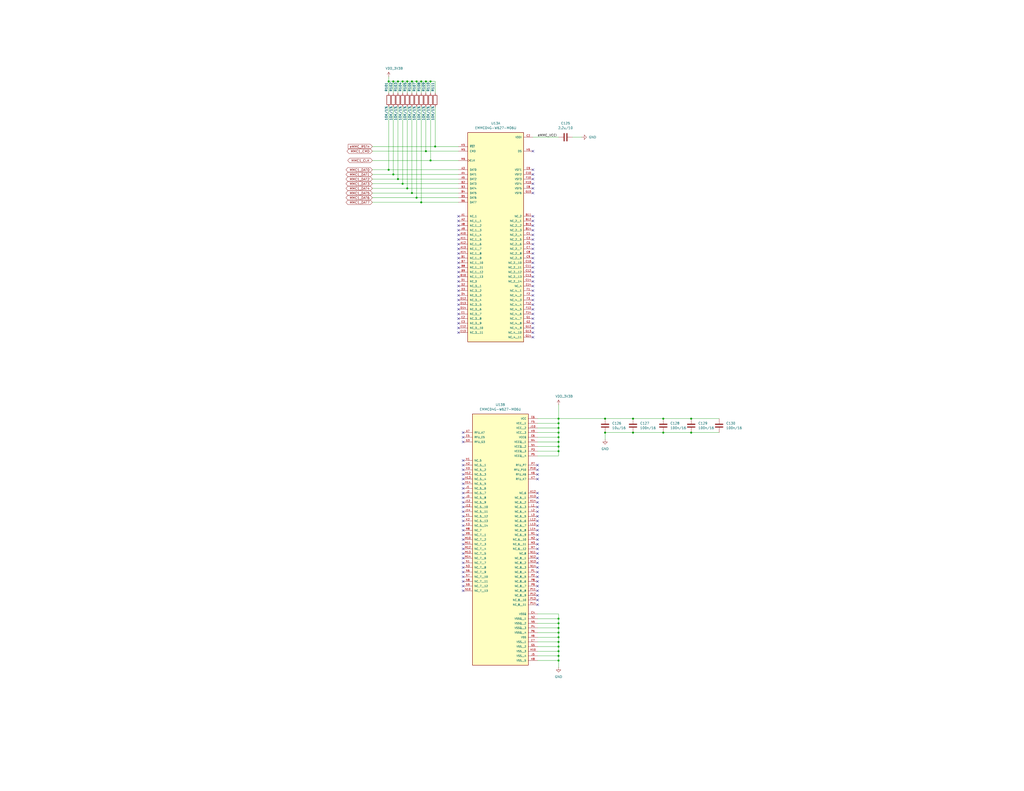
<source format=kicad_sch>
(kicad_sch (version 20231120) (generator "eeschema") (generator_version "8.0")
  (paper "C")
  (title_block (title "eMMC FLASH"))
  (lib_symbols
    (symbol "MT41K256M16TW-107_P:C" (pin_numbers hide) (pin_names (offset 0.254))
      (property "Reference" "C" (at 0.635 2.54 0))
      (property "Value" "C" (at 0.635 -2.54 0))
      (symbol "C_0_1"
        (polyline (pts (xy -2.032 -0.762) (xy 2.032 -0.762)) (stroke (width 0.508)))
        (polyline (pts (xy -2.032 0.762) (xy 2.032 0.762)) (stroke (width 0.508)))
      )
      (symbol "C_1_1"
        (pin passive line (at 0 3.81 270) (length 2.794) (name "~") (number "1"))
        (pin passive line (at 0 -3.81 90) (length 2.794) (name "~") (number "2"))
      )
    )
    (symbol "MT41K256M16TW-107_P:EMMC04G-W627-M06U" (pin_names (offset 1.016))
      (property "Reference" "U" (at -15.24 26.289 0))
      (property "Value" "EMMC04G-W627-M06U" (at -15.24 -91.44 0))
      (symbol "EMMC04G-W627-M06U_1_0"
        (rectangle (start -15.24 -88.9) (end 15.24 25.4) (stroke (width 0.254)) (fill (type background)))
        (pin passive line (at -20.32 -20.32 0) (length 5.08) (name "NC_1") (number "A1"))
        (pin passive line (at -20.32 -30.48 0) (length 5.08) (name "NC_1__4") (number "A10"))
        (pin passive line (at -20.32 -33.02 0) (length 5.08) (name "NC_1__5") (number "A11"))
        (pin passive line (at -20.32 -35.56 0) (length 5.08) (name "NC_1__6") (number "A12"))
        (pin passive line (at -20.32 -38.1 0) (length 5.08) (name "NC_1__7") (number "A13"))
        (pin passive line (at -20.32 -40.64 0) (length 5.08) (name "NC_1__8") (number "A14"))
        (pin passive line (at -20.32 -22.86 0) (length 5.08) (name "NC_1__1") (number "A2"))
        (pin bidirectional line (at -20.32 5.08 0) (length 5.08) (name "DAT0") (number "A3"))
        (pin bidirectional line (at -20.32 2.54 0) (length 5.08) (name "DAT1") (number "A4"))
        (pin bidirectional line (at -20.32 0 0) (length 5.08) (name "DAT2") (number "A5"))
        (pin passive line (at -20.32 -25.4 0) (length 5.08) (name "NC_1__2") (number "A8"))
        (pin passive line (at -20.32 -27.94 0) (length 5.08) (name "NC_1__3") (number "A9"))
        (pin passive line (at -20.32 -43.18 0) (length 5.08) (name "NC_1__9") (number "B1"))
        (pin passive line (at -20.32 -53.34 0) (length 5.08) (name "NC_1__13") (number "B10"))
        (pin passive line (at 20.32 -20.32 180) (length 5.08) (name "NC_2") (number "B11"))
        (pin passive line (at 20.32 -22.86 180) (length 5.08) (name "NC_2__1") (number "B12"))
        (pin passive line (at 20.32 -25.4 180) (length 5.08) (name "NC_2__2") (number "B13"))
        (pin passive line (at 20.32 -27.94 180) (length 5.08) (name "NC_2__3") (number "B14"))
        (pin bidirectional line (at -20.32 -2.54 0) (length 5.08) (name "DAT3") (number "B2"))
        (pin bidirectional line (at -20.32 -5.08 0) (length 5.08) (name "DAT4") (number "B3"))
        (pin bidirectional line (at -20.32 -7.62 0) (length 5.08) (name "DAT5") (number "B4"))
        (pin bidirectional line (at -20.32 -10.16 0) (length 5.08) (name "DAT6") (number "B5"))
        (pin bidirectional line (at -20.32 -12.7 0) (length 5.08) (name "DAT7") (number "B6"))
        (pin passive line (at -20.32 -45.72 0) (length 5.08) (name "NC_1__10") (number "B7"))
        (pin passive line (at -20.32 -48.26 0) (length 5.08) (name "NC_1__11") (number "B8"))
        (pin passive line (at -20.32 -50.8 0) (length 5.08) (name "NC_1__12") (number "B9"))
        (pin passive line (at 20.32 -30.48 180) (length 5.08) (name "NC_2__4") (number "C1"))
        (pin passive line (at 20.32 -45.72 180) (length 5.08) (name "NC_2__10") (number "C10"))
        (pin passive line (at 20.32 -48.26 180) (length 5.08) (name "NC_2__11") (number "C11"))
        (pin passive line (at 20.32 -50.8 180) (length 5.08) (name "NC_2__12") (number "C12"))
        (pin passive line (at 20.32 -53.34 180) (length 5.08) (name "NC_2__13") (number "C13"))
        (pin passive line (at 20.32 -55.88 180) (length 5.08) (name "NC_2__14") (number "C14"))
        (pin passive line (at 20.32 22.86 180) (length 5.08) (name "VDDI") (number "C2"))
        (pin passive line (at 20.32 -33.02 180) (length 5.08) (name "NC_2__5") (number "C3"))
        (pin passive line (at 20.32 -35.56 180) (length 5.08) (name "NC_2__6") (number "C5"))
        (pin passive line (at 20.32 -38.1 180) (length 5.08) (name "NC_2__7") (number "C7"))
        (pin passive line (at 20.32 -40.64 180) (length 5.08) (name "NC_2__8") (number "C8"))
        (pin passive line (at 20.32 -43.18 180) (length 5.08) (name "NC_2__9") (number "C9"))
        (pin passive line (at -20.32 -55.88 0) (length 5.08) (name "NC_3") (number "D1"))
        (pin passive line (at -20.32 -66.04 0) (length 5.08) (name "NC_3__4") (number "D12"))
        (pin passive line (at -20.32 -68.58 0) (length 5.08) (name "NC_3__5") (number "D13"))
        (pin passive line (at -20.32 -71.12 0) (length 5.08) (name "NC_3__6") (number "D14"))
        (pin passive line (at -20.32 -58.42 0) (length 5.08) (name "NC_3__1") (number "D2"))
        (pin passive line (at -20.32 -60.96 0) (length 5.08) (name "NC_3__2") (number "D3"))
        (pin passive line (at -20.32 -63.5 0) (length 5.08) (name "NC_3__3") (number "D4"))
        (pin passive line (at -20.32 -73.66 0) (length 5.08) (name "NC_3__7") (number "E1"))
        (pin bidirectional line (at 20.32 2.54 180) (length 5.08) (name "VSF2") (number "E10"))
        (pin passive line (at -20.32 -81.28 0) (length 5.08) (name "NC_3__10") (number "E12"))
        (pin passive line (at -20.32 -83.82 0) (length 5.08) (name "NC_3__11") (number "E13"))
        (pin passive line (at 20.32 -58.42 180) (length 5.08) (name "NC_4") (number "E14"))
        (pin passive line (at -20.32 -76.2 0) (length 5.08) (name "NC_3__8") (number "E2"))
        (pin passive line (at -20.32 -78.74 0) (length 5.08) (name "NC_3__9") (number "E3"))
        (pin bidirectional line (at 20.32 -5.08 180) (length 5.08) (name "VSF5") (number "E8"))
        (pin bidirectional line (at 20.32 5.08 180) (length 5.08) (name "VSF1") (number "E9"))
        (pin passive line (at 20.32 -60.96 180) (length 5.08) (name "NC_4__1") (number "F1"))
        (pin bidirectional line (at 20.32 0 180) (length 5.08) (name "VSF3") (number "F10"))
        (pin passive line (at 20.32 -68.58 180) (length 5.08) (name "NC_4__4") (number "F12"))
        (pin passive line (at 20.32 -71.12 180) (length 5.08) (name "NC_4__5") (number "F13"))
        (pin passive line (at 20.32 -73.66 180) (length 5.08) (name "NC_4__6") (number "F14"))
        (pin passive line (at 20.32 -63.5 180) (length 5.08) (name "NC_4__2") (number "F2"))
        (pin passive line (at 20.32 -66.04 180) (length 5.08) (name "NC_4__3") (number "F3"))
        (pin passive line (at 20.32 -76.2 180) (length 5.08) (name "NC_4__7") (number "G1"))
        (pin bidirectional line (at 20.32 -7.62 180) (length 5.08) (name "VSF6") (number "G10"))
        (pin passive line (at 20.32 -81.28 180) (length 5.08) (name "NC_4__9") (number "G12"))
        (pin passive line (at 20.32 -83.82 180) (length 5.08) (name "NC_4__10") (number "G13"))
        (pin passive line (at 20.32 -86.36 180) (length 5.08) (name "NC_4__11") (number "G14"))
        (pin passive line (at 20.32 -78.74 180) (length 5.08) (name "NC_4__8") (number "G2"))
        (pin bidirectional line (at 20.32 15.24 180) (length 5.08) (name "DS") (number "H5"))
        (pin bidirectional line (at 20.32 -2.54 180) (length 5.08) (name "VSF4") (number "K10"))
        (pin input line (at -20.32 17.78 0) (length 5.08) (name "~{RST}") (number "K5"))
        (pin bidirectional line (at -20.32 15.24 0) (length 5.08) (name "CMD") (number "M5"))
        (pin input clock (at -20.32 10.16 0) (length 5.08) (name "CLK") (number "M6"))
      )
      (symbol "EMMC04G-W627-M06U_2_0"
        (rectangle (start -15.24 -119.38) (end 15.24 17.78) (stroke (width 0.254)) (fill (type background)))
        (pin power_in line (at 20.32 -104.14 180) (length 5.08) (name "VSS") (number "A6"))
        (pin passive line (at -20.32 7.62 0) (length 5.08) (name "RFU_A7") (number "A7"))
        (pin power_in line (at 20.32 -91.44 180) (length 5.08) (name "VSSQ") (number "C4"))
        (pin power_in line (at 20.32 5.08 180) (length 5.08) (name "VCCQ") (number "C6"))
        (pin passive line (at -20.32 5.08 0) (length 5.08) (name "RFU_E5") (number "E5"))
        (pin power_in line (at 20.32 15.24 180) (length 5.08) (name "VCC") (number "E6"))
        (pin power_in line (at 20.32 -106.68 180) (length 5.08) (name "VSS__1") (number "E7"))
        (pin power_in line (at 20.32 12.7 180) (length 5.08) (name "VCC__1") (number "F5"))
        (pin passive line (at -20.32 2.54 0) (length 5.08) (name "RFU_G3") (number "G3"))
        (pin power_in line (at 20.32 -109.22 180) (length 5.08) (name "VSS__2") (number "G5"))
        (pin passive line (at -20.32 -7.62 0) (length 5.08) (name "NC_5") (number "H1"))
        (pin power_in line (at 20.32 -111.76 180) (length 5.08) (name "VSS__3") (number "H10"))
        (pin passive line (at -20.32 -15.24 0) (length 5.08) (name "NC_5__3") (number "H12"))
        (pin passive line (at -20.32 -17.78 0) (length 5.08) (name "NC_5__4") (number "H13"))
        (pin passive line (at -20.32 -20.32 0) (length 5.08) (name "NC_5__5") (number "H14"))
        (pin passive line (at -20.32 -10.16 0) (length 5.08) (name "NC_5__1") (number "H2"))
        (pin passive line (at -20.32 -12.7 0) (length 5.08) (name "NC_5__2") (number "H3"))
        (pin passive line (at -20.32 -22.86 0) (length 5.08) (name "NC_5__6") (number "J1"))
        (pin power_in line (at 20.32 10.16 180) (length 5.08) (name "VCC__2") (number "J10"))
        (pin passive line (at -20.32 -30.48 0) (length 5.08) (name "NC_5__9") (number "J12"))
        (pin passive line (at -20.32 -33.02 0) (length 5.08) (name "NC_5__10") (number "J13"))
        (pin passive line (at -20.32 -35.56 0) (length 5.08) (name "NC_5__11") (number "J14"))
        (pin passive line (at -20.32 -25.4 0) (length 5.08) (name "NC_5__7") (number "J2"))
        (pin passive line (at -20.32 -27.94 0) (length 5.08) (name "NC_5__8") (number "J3"))
        (pin power_in line (at 20.32 -114.3 180) (length 5.08) (name "VSS__4") (number "J5"))
        (pin passive line (at -20.32 -38.1 0) (length 5.08) (name "NC_5__12") (number "K1"))
        (pin passive line (at 20.32 -25.4 180) (length 5.08) (name "NC_6") (number "K12"))
        (pin passive line (at 20.32 -27.94 180) (length 5.08) (name "NC_6__1") (number "K13"))
        (pin passive line (at 20.32 -30.48 180) (length 5.08) (name "NC_6__2") (number "K14"))
        (pin passive line (at -20.32 -40.64 0) (length 5.08) (name "NC_5__13") (number "K2"))
        (pin passive line (at -20.32 -43.18 0) (length 5.08) (name "NC_5__14") (number "K3"))
        (pin passive line (at 20.32 -15.24 180) (length 5.08) (name "RFU_K6") (number "K6"))
        (pin passive line (at 20.32 -17.78 180) (length 5.08) (name "RFU_K7") (number "K7"))
        (pin power_in line (at 20.32 -116.84 180) (length 5.08) (name "VSS__5") (number "K8"))
        (pin power_in line (at 20.32 7.62 180) (length 5.08) (name "VCC__3") (number "K9"))
        (pin passive line (at 20.32 -33.02 180) (length 5.08) (name "NC_6__3") (number "L1"))
        (pin passive line (at 20.32 -40.64 180) (length 5.08) (name "NC_6__6") (number "L12"))
        (pin passive line (at 20.32 -43.18 180) (length 5.08) (name "NC_6__7") (number "L13"))
        (pin passive line (at 20.32 -45.72 180) (length 5.08) (name "NC_6__8") (number "L14"))
        (pin passive line (at 20.32 -35.56 180) (length 5.08) (name "NC_6__4") (number "L2"))
        (pin passive line (at 20.32 -38.1 180) (length 5.08) (name "NC_6__5") (number "L3"))
        (pin passive line (at 20.32 -48.26 180) (length 5.08) (name "NC_6__9") (number "M1"))
        (pin passive line (at -20.32 -50.8 0) (length 5.08) (name "NC_7__2") (number "M10"))
        (pin passive line (at -20.32 -53.34 0) (length 5.08) (name "NC_7__3") (number "M11"))
        (pin passive line (at -20.32 -55.88 0) (length 5.08) (name "NC_7__4") (number "M12"))
        (pin passive line (at -20.32 -58.42 0) (length 5.08) (name "NC_7__5") (number "M13"))
        (pin passive line (at -20.32 -60.96 0) (length 5.08) (name "NC_7__6") (number "M14"))
        (pin passive line (at 20.32 -50.8 180) (length 5.08) (name "NC_6__10") (number "M2"))
        (pin passive line (at 20.32 -53.34 180) (length 5.08) (name "NC_6__11") (number "M3"))
        (pin power_in line (at 20.32 2.54 180) (length 5.08) (name "VCCQ__1") (number "M4"))
        (pin passive line (at 20.32 -55.88 180) (length 5.08) (name "NC_6__12") (number "M7"))
        (pin passive line (at -20.32 -45.72 0) (length 5.08) (name "NC_7") (number "M8"))
        (pin passive line (at -20.32 -48.26 0) (length 5.08) (name "NC_7__1") (number "M9"))
        (pin passive line (at -20.32 -63.5 0) (length 5.08) (name "NC_7__7") (number "N1"))
        (pin passive line (at -20.32 -78.74 0) (length 5.08) (name "NC_7__13") (number "N10"))
        (pin passive line (at 20.32 -58.42 180) (length 5.08) (name "NC_8") (number "N11"))
        (pin passive line (at 20.32 -60.96 180) (length 5.08) (name "NC_8__1") (number "N12"))
        (pin passive line (at 20.32 -63.5 180) (length 5.08) (name "NC_8__2") (number "N13"))
        (pin passive line (at 20.32 -66.04 180) (length 5.08) (name "NC_8__3") (number "N14"))
        (pin power_in line (at 20.32 -93.98 180) (length 5.08) (name "VSSQ__1") (number "N2"))
        (pin passive line (at -20.32 -66.04 0) (length 5.08) (name "NC_7__8") (number "N3"))
        (pin power_in line (at 20.32 0 180) (length 5.08) (name "VCCQ__2") (number "N4"))
        (pin power_in line (at 20.32 -96.52 180) (length 5.08) (name "VSSQ__2") (number "N5"))
        (pin passive line (at -20.32 -68.58 0) (length 5.08) (name "NC_7__9") (number "N6"))
        (pin passive line (at -20.32 -71.12 0) (length 5.08) (name "NC_7__10") (number "N7"))
        (pin passive line (at -20.32 -73.66 0) (length 5.08) (name "NC_7__11") (number "N8"))
        (pin passive line (at -20.32 -76.2 0) (length 5.08) (name "NC_7__12") (number "N9"))
        (pin passive line (at 20.32 -68.58 180) (length 5.08) (name "NC_8__4") (number "P1"))
        (pin passive line (at 20.32 -12.7 180) (length 5.08) (name "RFU_P10") (number "P10"))
        (pin passive line (at 20.32 -78.74 180) (length 5.08) (name "NC_8__8") (number "P11"))
        (pin passive line (at 20.32 -81.28 180) (length 5.08) (name "NC_8__9") (number "P12"))
        (pin passive line (at 20.32 -83.82 180) (length 5.08) (name "NC_8__10") (number "P13"))
        (pin passive line (at 20.32 -86.36 180) (length 5.08) (name "NC_8__11") (number "P14"))
        (pin passive line (at 20.32 -71.12 180) (length 5.08) (name "NC_8__5") (number "P2"))
        (pin power_in line (at 20.32 -2.54 180) (length 5.08) (name "VCCQ__3") (number "P3"))
        (pin power_in line (at 20.32 -99.06 180) (length 5.08) (name "VSSQ__3") (number "P4"))
        (pin power_in line (at 20.32 -5.08 180) (length 5.08) (name "VCCQ__4") (number "P5"))
        (pin power_in line (at 20.32 -101.6 180) (length 5.08) (name "VSSQ__4") (number "P6"))
        (pin passive line (at 20.32 -10.16 180) (length 5.08) (name "RFU_P7") (number "P7"))
        (pin passive line (at 20.32 -73.66 180) (length 5.08) (name "NC_8__6") (number "P8"))
        (pin passive line (at 20.32 -76.2 180) (length 5.08) (name "NC_8__7") (number "P9"))
      )
    )
    (symbol "MT41K256M16TW-107_P:R" (pin_numbers hide) (pin_names (offset 0))
      (property "Reference" "R" (at 2.032 0 90))
      (property "Value" "R" (at 0 0 90))
      (symbol "R_0_1"
        (rectangle (start -1.016 -2.54) (end 1.016 2.54) (stroke (width 0.254)))
      )
      (symbol "R_1_1"
        (pin passive line (at 0 3.81 270) (length 1.27) (name "~") (number "1"))
        (pin passive line (at 0 -3.81 90) (length 1.27) (name "~") (number "2"))
      )
    )
    (symbol "power:GND" (power) (pin_numbers hide) (pin_names (offset 0) hide)
      (property "Value" "GND" (at 0 -3.81 0))
      (symbol "GND_0_1"
        (polyline (pts (xy 0 0) (xy 0 -1.27) (xy 1.27 -1.27) (xy 0 -2.54) (xy -1.27 -1.27) (xy 0 -1.27)))
      )
      (symbol "GND_1_1"
        (pin power_in line (at 0 0 270) (length 0) (name "~") (number "1"))
      )
    )
    (symbol "power:VD" (power) (pin_numbers hide) (pin_names (offset 0) hide)
      (property "Value" "VD" (at 0 3.556 0))
      (symbol "VD_0_1"
        (polyline (pts (xy -0.762 1.27) (xy 0 2.54)))
        (polyline (pts (xy 0 0) (xy 0 2.54)))
        (polyline (pts (xy 0 2.54) (xy 0.762 1.27)))
      )
      (symbol "VD_1_1"
        (pin power_in line (at 0 0 90) (length 0) (name "~") (number "1"))
      )
    )
  )
  (junction (at 232.41 82.55))
  (junction (at 227.33 44.45))
  (junction (at 212.09 44.45))
  (junction (at 222.25 102.87))
  (junction (at 304.8 241.3))
  (junction (at 304.8 231.14))
  (junction (at 377.19 236.22))
  (junction (at 227.33 107.95))
  (junction (at 214.63 95.25))
  (junction (at 377.19 228.6))
  (junction (at 304.8 233.68))
  (junction (at 224.79 44.45))
  (junction (at 330.2 236.22))
  (junction (at 345.44 236.22))
  (junction (at 304.8 246.38))
  (junction (at 304.8 353.06))
  (junction (at 234.95 87.63))
  (junction (at 304.8 236.22))
  (junction (at 219.71 44.45))
  (junction (at 304.8 228.6))
  (junction (at 304.8 238.76))
  (junction (at 304.8 358.14))
  (junction (at 304.8 337.82))
  (junction (at 304.8 355.6))
  (junction (at 304.8 243.84))
  (junction (at 229.87 44.45))
  (junction (at 217.17 97.79))
  (junction (at 330.2 228.6))
  (junction (at 304.8 347.98))
  (junction (at 237.49 80.01))
  (junction (at 224.79 105.41))
  (junction (at 304.8 350.52))
  (junction (at 304.8 360.68))
  (junction (at 361.95 236.22))
  (junction (at 214.63 44.45))
  (junction (at 234.95 44.45))
  (junction (at 212.09 92.71))
  (junction (at 229.87 110.49))
  (junction (at 304.8 342.9))
  (junction (at 232.41 44.45))
  (junction (at 219.71 100.33))
  (junction (at 361.95 228.6))
  (junction (at 345.44 228.6))
  (junction (at 217.17 44.45))
  (junction (at 304.8 345.44))
  (junction (at 222.25 44.45))
  (junction (at 304.8 340.36))
  (no_connect (at 290.83 92.71))
  (no_connect (at 250.19 118.11))
  (no_connect (at 290.83 102.87))
  (no_connect (at 293.37 325.12))
  (no_connect (at 250.19 168.91))
  (no_connect (at 252.73 256.54))
  (no_connect (at 290.83 179.07))
  (no_connect (at 290.83 166.37))
  (no_connect (at 290.83 146.05))
  (no_connect (at 252.73 241.3))
  (no_connect (at 293.37 330.2))
  (no_connect (at 293.37 287.02))
  (no_connect (at 290.83 168.91))
  (no_connect (at 250.19 140.97))
  (no_connect (at 252.73 276.86))
  (no_connect (at 290.83 143.51))
  (no_connect (at 290.83 118.11))
  (no_connect (at 252.73 279.4))
  (no_connect (at 252.73 251.46))
  (no_connect (at 252.73 304.8))
  (no_connect (at 293.37 274.32))
  (no_connect (at 250.19 138.43))
  (no_connect (at 250.19 179.07))
  (no_connect (at 293.37 314.96))
  (no_connect (at 293.37 279.4))
  (no_connect (at 250.19 133.35))
  (no_connect (at 252.73 307.34))
  (no_connect (at 293.37 284.48))
  (no_connect (at 293.37 269.24))
  (no_connect (at 290.83 130.81))
  (no_connect (at 290.83 156.21))
  (no_connect (at 250.19 148.59))
  (no_connect (at 252.73 259.08))
  (no_connect (at 290.83 100.33))
  (no_connect (at 252.73 287.02))
  (no_connect (at 250.19 120.65))
  (no_connect (at 293.37 317.5))
  (no_connect (at 250.19 171.45))
  (no_connect (at 252.73 289.56))
  (no_connect (at 250.19 173.99))
  (no_connect (at 250.19 123.19))
  (no_connect (at 290.83 123.19))
  (no_connect (at 252.73 261.62))
  (no_connect (at 290.83 95.25))
  (no_connect (at 290.83 148.59))
  (no_connect (at 290.83 135.89))
  (no_connect (at 252.73 312.42))
  (no_connect (at 290.83 161.29))
  (no_connect (at 252.73 271.78))
  (no_connect (at 290.83 140.97))
  (no_connect (at 293.37 256.54))
  (no_connect (at 250.19 163.83))
  (no_connect (at 250.19 125.73))
  (no_connect (at 252.73 284.48))
  (no_connect (at 290.83 173.99))
  (no_connect (at 250.19 176.53))
  (no_connect (at 250.19 158.75))
  (no_connect (at 252.73 302.26))
  (no_connect (at 290.83 163.83))
  (no_connect (at 293.37 304.8))
  (no_connect (at 250.19 128.27))
  (no_connect (at 252.73 317.5))
  (no_connect (at 293.37 322.58))
  (no_connect (at 252.73 314.96))
  (no_connect (at 250.19 130.81))
  (no_connect (at 293.37 261.62))
  (no_connect (at 252.73 269.24))
  (no_connect (at 290.83 176.53))
  (no_connect (at 293.37 289.56))
  (no_connect (at 250.19 166.37))
  (no_connect (at 290.83 181.61))
  (no_connect (at 290.83 128.27))
  (no_connect (at 290.83 151.13))
  (no_connect (at 252.73 274.32))
  (no_connect (at 250.19 181.61))
  (no_connect (at 252.73 320.04))
  (no_connect (at 250.19 153.67))
  (no_connect (at 250.19 135.89))
  (no_connect (at 252.73 254))
  (no_connect (at 252.73 236.22))
  (no_connect (at 252.73 292.1))
  (no_connect (at 290.83 133.35))
  (no_connect (at 290.83 97.79))
  (no_connect (at 290.83 105.41))
  (no_connect (at 250.19 151.13))
  (no_connect (at 290.83 125.73))
  (no_connect (at 290.83 184.15))
  (no_connect (at 293.37 292.1))
  (no_connect (at 252.73 294.64))
  (no_connect (at 293.37 302.26))
  (no_connect (at 250.19 146.05))
  (no_connect (at 293.37 309.88))
  (no_connect (at 293.37 271.78))
  (no_connect (at 293.37 320.04))
  (no_connect (at 293.37 276.86))
  (no_connect (at 293.37 254))
  (no_connect (at 252.73 297.18))
  (no_connect (at 290.83 138.43))
  (no_connect (at 250.19 156.21))
  (no_connect (at 250.19 143.51))
  (no_connect (at 290.83 120.65))
  (no_connect (at 250.19 161.29))
  (no_connect (at 252.73 264.16))
  (no_connect (at 293.37 312.42))
  (no_connect (at 293.37 307.34))
  (no_connect (at 252.73 299.72))
  (no_connect (at 293.37 299.72))
  (no_connect (at 290.83 171.45))
  (no_connect (at 290.83 158.75))
  (no_connect (at 252.73 322.58))
  (no_connect (at 293.37 297.18))
  (no_connect (at 252.73 266.7))
  (no_connect (at 293.37 259.08))
  (no_connect (at 293.37 294.64))
  (no_connect (at 290.83 153.67))
  (no_connect (at 293.37 327.66))
  (no_connect (at 252.73 238.76))
  (no_connect (at 252.73 281.94))
  (no_connect (at 290.83 82.55))
  (no_connect (at 293.37 281.94))
  (no_connect (at 252.73 309.88))
  (wire (pts (xy 304.8 347.98) (xy 304.8 350.52)))
  (wire (pts (xy 232.41 82.55) (xy 250.19 82.55)))
  (wire (pts (xy 293.37 337.82) (xy 304.8 337.82)))
  (wire (pts (xy 304.8 345.44) (xy 304.8 347.98)))
  (wire (pts (xy 212.09 58.42) (xy 212.09 92.71)))
  (wire (pts (xy 227.33 44.45) (xy 227.33 50.8)))
  (wire (pts (xy 304.8 233.68) (xy 304.8 236.22)))
  (wire (pts (xy 304.8 231.14) (xy 304.8 233.68)))
  (wire (pts (xy 304.8 236.22) (xy 293.37 236.22)))
  (wire (pts (xy 293.37 360.68) (xy 304.8 360.68)))
  (wire (pts (xy 237.49 80.01) (xy 250.19 80.01)))
  (wire (pts (xy 304.8 241.3) (xy 304.8 243.84)))
  (wire (pts (xy 222.25 102.87) (xy 250.19 102.87)))
  (wire (pts (xy 293.37 353.06) (xy 304.8 353.06)))
  (wire (pts (xy 304.8 358.14) (xy 304.8 360.68)))
  (wire (pts (xy 237.49 58.42) (xy 237.49 80.01)))
  (wire (pts (xy 304.8 231.14) (xy 293.37 231.14)))
  (wire (pts (xy 345.44 236.22) (xy 361.95 236.22)))
  (wire (pts (xy 290.83 74.93) (xy 304.8 74.93)))
  (wire (pts (xy 304.8 238.76) (xy 304.8 241.3)))
  (wire (pts (xy 317.5 74.93) (xy 312.42 74.93)))
  (wire (pts (xy 234.95 58.42) (xy 234.95 87.63)))
  (wire (pts (xy 203.2 97.79) (xy 217.17 97.79)))
  (wire (pts (xy 304.8 360.68) (xy 304.8 364.49)))
  (wire (pts (xy 214.63 95.25) (xy 250.19 95.25)))
  (wire (pts (xy 224.79 58.42) (xy 224.79 105.41)))
  (wire (pts (xy 250.19 87.63) (xy 234.95 87.63)))
  (wire (pts (xy 234.95 44.45) (xy 234.95 50.8)))
  (wire (pts (xy 203.2 87.63) (xy 234.95 87.63)))
  (wire (pts (xy 361.95 228.6) (xy 377.19 228.6)))
  (wire (pts (xy 293.37 355.6) (xy 304.8 355.6)))
  (wire (pts (xy 293.37 340.36) (xy 304.8 340.36)))
  (wire (pts (xy 219.71 44.45) (xy 222.25 44.45)))
  (wire (pts (xy 304.8 220.98) (xy 304.8 228.6)))
  (wire (pts (xy 214.63 44.45) (xy 214.63 50.8)))
  (wire (pts (xy 330.2 228.6) (xy 345.44 228.6)))
  (wire (pts (xy 304.8 228.6) (xy 330.2 228.6)))
  (wire (pts (xy 234.95 44.45) (xy 237.49 44.45)))
  (wire (pts (xy 377.19 236.22) (xy 392.43 236.22)))
  (wire (pts (xy 203.2 92.71) (xy 212.09 92.71)))
  (wire (pts (xy 293.37 350.52) (xy 304.8 350.52)))
  (wire (pts (xy 232.41 44.45) (xy 232.41 50.8)))
  (wire (pts (xy 217.17 44.45) (xy 217.17 50.8)))
  (wire (pts (xy 203.2 105.41) (xy 224.79 105.41)))
  (wire (pts (xy 304.8 228.6) (xy 293.37 228.6)))
  (wire (pts (xy 232.41 58.42) (xy 232.41 82.55)))
  (wire (pts (xy 377.19 228.6) (xy 392.43 228.6)))
  (wire (pts (xy 229.87 44.45) (xy 229.87 50.8)))
  (wire (pts (xy 304.8 238.76) (xy 293.37 238.76)))
  (wire (pts (xy 293.37 345.44) (xy 304.8 345.44)))
  (wire (pts (xy 304.8 243.84) (xy 293.37 243.84)))
  (wire (pts (xy 224.79 105.41) (xy 250.19 105.41)))
  (wire (pts (xy 227.33 58.42) (xy 227.33 107.95)))
  (wire (pts (xy 219.71 58.42) (xy 219.71 100.33)))
  (wire (pts (xy 212.09 41.91) (xy 212.09 44.45)))
  (wire (pts (xy 304.8 243.84) (xy 304.8 246.38)))
  (wire (pts (xy 345.44 228.6) (xy 361.95 228.6)))
  (wire (pts (xy 304.8 342.9) (xy 304.8 345.44)))
  (wire (pts (xy 293.37 358.14) (xy 304.8 358.14)))
  (wire (pts (xy 304.8 335.28) (xy 304.8 337.82)))
  (wire (pts (xy 293.37 347.98) (xy 304.8 347.98)))
  (wire (pts (xy 203.2 100.33) (xy 219.71 100.33)))
  (wire (pts (xy 293.37 342.9) (xy 304.8 342.9)))
  (wire (pts (xy 229.87 110.49) (xy 250.19 110.49)))
  (wire (pts (xy 304.8 233.68) (xy 293.37 233.68)))
  (wire (pts (xy 203.2 82.55) (xy 232.41 82.55)))
  (wire (pts (xy 212.09 92.71) (xy 250.19 92.71)))
  (wire (pts (xy 361.95 236.22) (xy 377.19 236.22)))
  (wire (pts (xy 217.17 97.79) (xy 250.19 97.79)))
  (wire (pts (xy 304.8 350.52) (xy 304.8 353.06)))
  (wire (pts (xy 304.8 355.6) (xy 304.8 358.14)))
  (wire (pts (xy 222.25 44.45) (xy 224.79 44.45)))
  (wire (pts (xy 304.8 340.36) (xy 304.8 342.9)))
  (wire (pts (xy 224.79 44.45) (xy 227.33 44.45)))
  (wire (pts (xy 304.8 337.82) (xy 304.8 340.36)))
  (wire (pts (xy 330.2 236.22) (xy 345.44 236.22)))
  (wire (pts (xy 217.17 58.42) (xy 217.17 97.79)))
  (wire (pts (xy 219.71 44.45) (xy 219.71 50.8)))
  (wire (pts (xy 293.37 335.28) (xy 304.8 335.28)))
  (wire (pts (xy 203.2 102.87) (xy 222.25 102.87)))
  (wire (pts (xy 203.2 95.25) (xy 214.63 95.25)))
  (wire (pts (xy 203.2 110.49) (xy 229.87 110.49)))
  (wire (pts (xy 304.8 353.06) (xy 304.8 355.6)))
  (wire (pts (xy 214.63 58.42) (xy 214.63 95.25)))
  (wire (pts (xy 330.2 240.03) (xy 330.2 236.22)))
  (wire (pts (xy 222.25 44.45) (xy 222.25 50.8)))
  (wire (pts (xy 304.8 246.38) (xy 304.8 248.92)))
  (wire (pts (xy 304.8 236.22) (xy 304.8 238.76)))
  (wire (pts (xy 227.33 107.95) (xy 250.19 107.95)))
  (wire (pts (xy 224.79 44.45) (xy 224.79 50.8)))
  (wire (pts (xy 229.87 44.45) (xy 232.41 44.45)))
  (wire (pts (xy 212.09 50.8) (xy 212.09 44.45)))
  (wire (pts (xy 214.63 44.45) (xy 217.17 44.45)))
  (wire (pts (xy 304.8 248.92) (xy 293.37 248.92)))
  (wire (pts (xy 222.25 58.42) (xy 222.25 102.87)))
  (wire (pts (xy 304.8 228.6) (xy 304.8 231.14)))
  (wire (pts (xy 217.17 44.45) (xy 219.71 44.45)))
  (wire (pts (xy 203.2 80.01) (xy 237.49 80.01)))
  (wire (pts (xy 237.49 44.45) (xy 237.49 50.8)))
  (wire (pts (xy 219.71 100.33) (xy 250.19 100.33)))
  (wire (pts (xy 304.8 246.38) (xy 293.37 246.38)))
  (wire (pts (xy 232.41 44.45) (xy 234.95 44.45)))
  (wire (pts (xy 227.33 44.45) (xy 229.87 44.45)))
  (wire (pts (xy 203.2 107.95) (xy 227.33 107.95)))
  (wire (pts (xy 212.09 44.45) (xy 214.63 44.45)))
  (wire (pts (xy 229.87 58.42) (xy 229.87 110.49)))
  (wire (pts (xy 304.8 241.3) (xy 293.37 241.3)))
  (label "eMMC_VCCI" (at 293.37 74.93 0))
  (global_label "MMC1_DAT1" (shape bidirectional) (at 203.2 95.25 180) (property "Intersheetrefs" "${INTERSHEET_REFS}" (effects (hide yes))))
  (global_label "MMC1_DAT3" (shape bidirectional) (at 203.2 100.33 180) (property "Intersheetrefs" "${INTERSHEET_REFS}" (effects (hide yes))))
  (global_label "MMC1_DAT6" (shape bidirectional) (at 203.2 107.95 180) (property "Intersheetrefs" "${INTERSHEET_REFS}" (effects (hide yes))))
  (global_label "MMC1_DAT0" (shape bidirectional) (at 203.2 92.71 180) (property "Intersheetrefs" "${INTERSHEET_REFS}" (effects (hide yes))))
  (global_label "eMMC_RSTn" (shape input) (at 203.2 80.01 180) (property "Intersheetrefs" "${INTERSHEET_REFS}" (effects (hide yes))))
  (global_label "MMC1_CLK" (shape bidirectional) (at 203.2 87.63 180) (property "Intersheetrefs" "${INTERSHEET_REFS}" (effects (hide yes))))
  (global_label "MMC1_DAT2" (shape bidirectional) (at 203.2 97.79 180) (property "Intersheetrefs" "${INTERSHEET_REFS}" (effects (hide yes))))
  (global_label "MMC1_DAT7" (shape bidirectional) (at 203.2 110.49 180) (property "Intersheetrefs" "${INTERSHEET_REFS}" (effects (hide yes))))
  (global_label "MMC1_CMD" (shape bidirectional) (at 203.2 82.55 180) (property "Intersheetrefs" "${INTERSHEET_REFS}" (effects (hide yes))))
  (global_label "MMC1_DAT4" (shape bidirectional) (at 203.2 102.87 180) (property "Intersheetrefs" "${INTERSHEET_REFS}" (effects (hide yes))))
  (global_label "MMC1_DAT5" (shape bidirectional) (at 203.2 105.41 180) (property "Intersheetrefs" "${INTERSHEET_REFS}" (effects (hide yes))))
  (symbol (lib_id "MT41K256M16TW-107_P:C") (at 361.95 232.41 0) (unit 1)
    (property "Reference" "C128" (at 365.76 231.1399 0) (effects (justify left)))
    (property "Value" "100n/16" (at 365.76 233.6799 0) (effects (justify left)))
    (property "Footprint" "footprints:C_0402_1005Metric" (effects (hide yes)))
    (property "Description" "Unpolarized capacitor" (effects (hide yes)))
  )
  (symbol (lib_id "MT41K256M16TW-107_P:C") (at 330.2 232.41 0) (unit 1)
    (property "Reference" "C126" (at 334.01 231.1399 0) (effects (justify left)))
    (property "Value" "10u/16" (at 334.01 233.6799 0) (effects (justify left)))
    (property "Footprint" "footprints:C_0805_2012Metric" (effects (hide yes)))
    (property "Description" "Unpolarized capacitor" (effects (hide yes)))
  )
  (symbol (lib_id "MT41K256M16TW-107_P:R") (at 232.41 54.61 0) (unit 1)
    (property "Reference" "R109" (at 231.14 50.038 90) (effects (justify left)))
    (property "Value" "10K/1%" (at 231.14 65.786 90) (effects (justify left)))
    (property "Footprint" "footprints:R_0402_1005Metric" (effects (hide yes)))
    (property "Description" "Resistor" (effects (hide yes)))
  )
  (symbol (lib_id "MT41K256M16TW-107_P:EMMC04G-W627-M06U") (at 270.51 97.79 0) (unit 1)
    (property "Reference" "U13" (at 270.51 67.31 0))
    (property "Value" "EMMC04G-W627-M06U" (at 270.51 69.85 0))
    (property "Footprint" "footprints:BGA153N50P14X14_1300X1150X100N" (effects (hide yes)))
    (property "MF" "Kingston" (effects (hide yes)))
    (property "Purchase-URL" "https://pricing.snapeda.com/search/part/EMMC04G-W627-M06U/?ref=eda" (effects (hide yes)))
    (property "Package" "None" (effects (hide yes)))
    (property "Price" "None" (effects (hide yes)))
    (property "MP" "EMMC04G-W627-M06U" (effects (hide yes)))
    (property "Availability" "In Stock" (effects (hide yes)))
    (property "Description_1" "eMMC 5.0 (HS400) 153B 4GB" (effects (hide yes)))
  )
  (symbol (lib_id "MT41K256M16TW-107_P:R") (at 237.49 54.61 0) (unit 1)
    (property "Reference" "R111" (at 236.22 50.038 90) (effects (justify left)))
    (property "Value" "10K/1%" (at 236.22 65.786 90) (effects (justify left)))
    (property "Footprint" "footprints:R_0402_1005Metric" (effects (hide yes)))
    (property "Description" "Resistor" (effects (hide yes)))
  )
  (symbol (lib_id "MT41K256M16TW-107_P:R") (at 219.71 54.61 0) (unit 1)
    (property "Reference" "R104" (at 218.44 50.038 90) (effects (justify left)))
    (property "Value" "10K/1%" (at 218.44 65.786 90) (effects (justify left)))
    (property "Footprint" "footprints:R_0402_1005Metric" (effects (hide yes)))
    (property "Description" "Resistor" (effects (hide yes)))
  )
  (symbol (lib_id "power:GND") (at 330.2 240.03 0) (unit 1)
    (property "Reference" "#PWR0141" (effects (hide yes)))
    (property "Value" "GND" (at 330.2 245.11 0))
    (property "Description" "Power symbol creates a global label with name \"GND\" , ground" (effects (hide yes)))
  )
  (symbol (lib_id "MT41K256M16TW-107_P:C") (at 377.19 232.41 0) (unit 1)
    (property "Reference" "C129" (at 381 231.1399 0) (effects (justify left)))
    (property "Value" "100n/16" (at 381 233.6799 0) (effects (justify left)))
    (property "Footprint" "footprints:C_0402_1005Metric" (effects (hide yes)))
    (property "Description" "Unpolarized capacitor" (effects (hide yes)))
  )
  (symbol (lib_id "MT41K256M16TW-107_P:R") (at 224.79 54.61 0) (unit 1)
    (property "Reference" "R106" (at 223.52 50.038 90) (effects (justify left)))
    (property "Value" "10K/1%" (at 223.52 65.786 90) (effects (justify left)))
    (property "Footprint" "footprints:R_0402_1005Metric" (effects (hide yes)))
    (property "Description" "Resistor" (effects (hide yes)))
  )
  (symbol (lib_id "MT41K256M16TW-107_P:C") (at 345.44 232.41 0) (unit 1)
    (property "Reference" "C127" (at 349.25 231.1399 0) (effects (justify left)))
    (property "Value" "100n/16" (at 349.25 233.6799 0) (effects (justify left)))
    (property "Footprint" "footprints:C_0402_1005Metric" (effects (hide yes)))
    (property "Description" "Unpolarized capacitor" (effects (hide yes)))
  )
  (symbol (lib_id "MT41K256M16TW-107_P:R") (at 234.95 54.61 0) (unit 1)
    (property "Reference" "R110" (at 233.68 50.038 90) (effects (justify left)))
    (property "Value" "10K/1%" (at 233.68 65.786 90) (effects (justify left)))
    (property "Footprint" "footprints:R_0402_1005Metric" (effects (hide yes)))
    (property "Description" "Resistor" (effects (hide yes)))
  )
  (symbol (lib_id "MT41K256M16TW-107_P:R") (at 217.17 54.61 0) (unit 1)
    (property "Reference" "R103" (at 215.9 50.038 90) (effects (justify left)))
    (property "Value" "10K/1%" (at 215.9 65.786 90) (effects (justify left)))
    (property "Footprint" "footprints:R_0402_1005Metric" (effects (hide yes)))
    (property "Description" "Resistor" (effects (hide yes)))
  )
  (symbol (lib_id "MT41K256M16TW-107_P:R") (at 214.63 54.61 0) (unit 1)
    (property "Reference" "R102" (at 213.36 50.038 90) (effects (justify left)))
    (property "Value" "10K/1%" (at 213.36 65.786 90) (effects (justify left)))
    (property "Footprint" "footprints:R_0402_1005Metric" (effects (hide yes)))
    (property "Description" "Resistor" (effects (hide yes)))
  )
  (symbol (lib_id "MT41K256M16TW-107_P:R") (at 227.33 54.61 0) (unit 1)
    (property "Reference" "R107" (at 226.06 50.038 90) (effects (justify left)))
    (property "Value" "10K/1%" (at 226.06 65.786 90) (effects (justify left)))
    (property "Footprint" "footprints:R_0402_1005Metric" (effects (hide yes)))
    (property "Description" "Resistor" (effects (hide yes)))
  )
  (symbol (lib_id "MT41K256M16TW-107_P:C") (at 392.43 232.41 0) (unit 1)
    (property "Reference" "C130" (at 396.24 231.1399 0) (effects (justify left)))
    (property "Value" "100n/16" (at 396.24 233.6799 0) (effects (justify left)))
    (property "Footprint" "footprints:C_0402_1005Metric" (effects (hide yes)))
    (property "Description" "Unpolarized capacitor" (effects (hide yes)))
  )
  (symbol (lib_id "MT41K256M16TW-107_P:R") (at 229.87 54.61 0) (unit 1)
    (property "Reference" "R108" (at 228.6 50.038 90) (effects (justify left)))
    (property "Value" "10K/1%" (at 228.6 65.786 90) (effects (justify left)))
    (property "Footprint" "footprints:R_0402_1005Metric" (effects (hide yes)))
    (property "Description" "Resistor" (effects (hide yes)))
  )
  (symbol (lib_id "MT41K256M16TW-107_P:R") (at 222.25 54.61 0) (unit 1)
    (property "Reference" "R105" (at 220.98 50.038 90) (effects (justify left)))
    (property "Value" "10K/1%" (at 220.98 65.786 90) (effects (justify left)))
    (property "Footprint" "footprints:R_0402_1005Metric" (effects (hide yes)))
    (property "Description" "Resistor" (effects (hide yes)))
  )
  (symbol (lib_id "MT41K256M16TW-107_P:C") (at 308.61 74.93 90) (unit 1)
    (property "Reference" "C125" (at 308.61 67.31 90))
    (property "Value" "2.2u/10" (at 308.61 69.85 90))
    (property "Footprint" "footprints:C_0402_1005Metric" (effects (hide yes)))
    (property "Description" "Unpolarized capacitor" (effects (hide yes)))
  )
  (symbol (lib_id "power:GND") (at 317.5 74.93 90) (unit 1)
    (property "Reference" "#PWR0138" (effects (hide yes)))
    (property "Value" "GND" (at 321.31 74.9299 90) (effects (justify right)))
    (property "Description" "Power symbol creates a global label with name \"GND\" , ground" (effects (hide yes)))
  )
  (symbol (lib_id "MT41K256M16TW-107_P:EMMC04G-W627-M06U") (at 273.05 243.84 0) (unit 2)
    (property "Reference" "U13" (at 273.05 220.98 0))
    (property "Value" "EMMC04G-W627-M06U" (at 273.05 223.52 0))
    (property "Footprint" "footprints:BGA153N50P14X14_1300X1150X100N" (effects (hide yes)))
    (property "MF" "Kingston" (effects (hide yes)))
    (property "Purchase-URL" "https://pricing.snapeda.com/search/part/EMMC04G-W627-M06U/?ref=eda" (effects (hide yes)))
    (property "Package" "None" (effects (hide yes)))
    (property "Price" "None" (effects (hide yes)))
    (property "MP" "EMMC04G-W627-M06U" (effects (hide yes)))
    (property "Availability" "In Stock" (effects (hide yes)))
    (property "Description_1" "eMMC 5.0 (HS400) 153B 4GB" (effects (hide yes)))
  )
  (symbol (lib_id "power:GND") (at 304.8 364.49 0) (unit 1)
    (property "Reference" "#PWR0139" (effects (hide yes)))
    (property "Value" "GND" (at 304.8 369.57 0))
    (property "Description" "Power symbol creates a global label with name \"GND\" , ground" (effects (hide yes)))
  )
  (symbol (lib_id "power:VD") (at 212.09 41.91 0) (unit 1)
    (property "Reference" "#PWR0137" (effects (hide yes)))
    (property "Value" "VDD_3V3B" (at 210.312 37.338 0) (effects (justify left)))
    (property "Description" "Power symbol creates a global label with name \"VD\"" (effects (hide yes)))
  )
  (symbol (lib_id "MT41K256M16TW-107_P:R") (at 212.09 54.61 0) (unit 1)
    (property "Reference" "R101" (at 210.82 50.038 90) (effects (justify left)))
    (property "Value" "10K/1%" (at 210.82 65.786 90) (effects (justify left)))
    (property "Footprint" "footprints:R_0402_1005Metric" (effects (hide yes)))
    (property "Description" "Resistor" (effects (hide yes)))
  )
  (symbol (lib_id "power:VD") (at 304.8 220.98 0) (unit 1)
    (property "Reference" "#PWR0140" (effects (hide yes)))
    (property "Value" "VDD_3V3B" (at 303.022 216.408 0) (effects (justify left)))
    (property "Description" "Power symbol creates a global label with name \"VD\"" (effects (hide yes)))
  )
)
</source>
